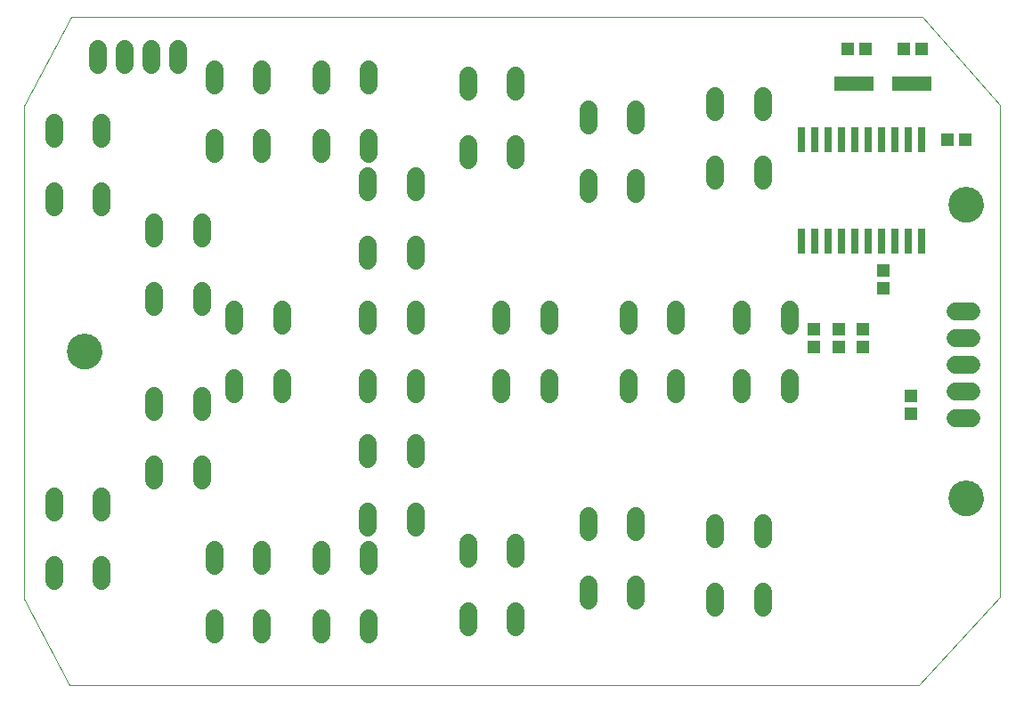
<source format=gts>
G75*
G70*
%OFA0B0*%
%FSLAX24Y24*%
%IPPOS*%
%LPD*%
%AMOC8*
5,1,8,0,0,1.08239X$1,22.5*
%
%ADD10C,0.0000*%
%ADD11C,0.1330*%
%ADD12R,0.0316X0.0946*%
%ADD13R,0.1458X0.0552*%
%ADD14R,0.0513X0.0474*%
%ADD15R,0.0474X0.0513*%
%ADD16C,0.0680*%
%ADD17C,0.0674*%
D10*
X001917Y000100D02*
X033717Y000100D01*
X036737Y003400D01*
X036737Y021846D01*
X033821Y025146D01*
X001967Y025150D01*
X000217Y021796D01*
X000217Y003350D01*
X001917Y000100D01*
X001842Y012600D02*
X001844Y012650D01*
X001850Y012699D01*
X001860Y012748D01*
X001873Y012795D01*
X001891Y012842D01*
X001912Y012887D01*
X001936Y012930D01*
X001964Y012971D01*
X001995Y013010D01*
X002029Y013046D01*
X002066Y013080D01*
X002106Y013110D01*
X002147Y013137D01*
X002191Y013161D01*
X002236Y013181D01*
X002283Y013197D01*
X002331Y013210D01*
X002380Y013219D01*
X002430Y013224D01*
X002479Y013225D01*
X002529Y013222D01*
X002578Y013215D01*
X002627Y013204D01*
X002674Y013190D01*
X002720Y013171D01*
X002765Y013149D01*
X002808Y013124D01*
X002848Y013095D01*
X002886Y013063D01*
X002922Y013029D01*
X002955Y012991D01*
X002984Y012951D01*
X003010Y012909D01*
X003033Y012865D01*
X003052Y012819D01*
X003068Y012772D01*
X003080Y012723D01*
X003088Y012674D01*
X003092Y012625D01*
X003092Y012575D01*
X003088Y012526D01*
X003080Y012477D01*
X003068Y012428D01*
X003052Y012381D01*
X003033Y012335D01*
X003010Y012291D01*
X002984Y012249D01*
X002955Y012209D01*
X002922Y012171D01*
X002886Y012137D01*
X002848Y012105D01*
X002808Y012076D01*
X002765Y012051D01*
X002720Y012029D01*
X002674Y012010D01*
X002627Y011996D01*
X002578Y011985D01*
X002529Y011978D01*
X002479Y011975D01*
X002430Y011976D01*
X002380Y011981D01*
X002331Y011990D01*
X002283Y012003D01*
X002236Y012019D01*
X002191Y012039D01*
X002147Y012063D01*
X002106Y012090D01*
X002066Y012120D01*
X002029Y012154D01*
X001995Y012190D01*
X001964Y012229D01*
X001936Y012270D01*
X001912Y012313D01*
X001891Y012358D01*
X001873Y012405D01*
X001860Y012452D01*
X001850Y012501D01*
X001844Y012550D01*
X001842Y012600D01*
X034842Y007100D02*
X034844Y007150D01*
X034850Y007199D01*
X034860Y007248D01*
X034873Y007295D01*
X034891Y007342D01*
X034912Y007387D01*
X034936Y007430D01*
X034964Y007471D01*
X034995Y007510D01*
X035029Y007546D01*
X035066Y007580D01*
X035106Y007610D01*
X035147Y007637D01*
X035191Y007661D01*
X035236Y007681D01*
X035283Y007697D01*
X035331Y007710D01*
X035380Y007719D01*
X035430Y007724D01*
X035479Y007725D01*
X035529Y007722D01*
X035578Y007715D01*
X035627Y007704D01*
X035674Y007690D01*
X035720Y007671D01*
X035765Y007649D01*
X035808Y007624D01*
X035848Y007595D01*
X035886Y007563D01*
X035922Y007529D01*
X035955Y007491D01*
X035984Y007451D01*
X036010Y007409D01*
X036033Y007365D01*
X036052Y007319D01*
X036068Y007272D01*
X036080Y007223D01*
X036088Y007174D01*
X036092Y007125D01*
X036092Y007075D01*
X036088Y007026D01*
X036080Y006977D01*
X036068Y006928D01*
X036052Y006881D01*
X036033Y006835D01*
X036010Y006791D01*
X035984Y006749D01*
X035955Y006709D01*
X035922Y006671D01*
X035886Y006637D01*
X035848Y006605D01*
X035808Y006576D01*
X035765Y006551D01*
X035720Y006529D01*
X035674Y006510D01*
X035627Y006496D01*
X035578Y006485D01*
X035529Y006478D01*
X035479Y006475D01*
X035430Y006476D01*
X035380Y006481D01*
X035331Y006490D01*
X035283Y006503D01*
X035236Y006519D01*
X035191Y006539D01*
X035147Y006563D01*
X035106Y006590D01*
X035066Y006620D01*
X035029Y006654D01*
X034995Y006690D01*
X034964Y006729D01*
X034936Y006770D01*
X034912Y006813D01*
X034891Y006858D01*
X034873Y006905D01*
X034860Y006952D01*
X034850Y007001D01*
X034844Y007050D01*
X034842Y007100D01*
X034842Y018100D02*
X034844Y018150D01*
X034850Y018199D01*
X034860Y018248D01*
X034873Y018295D01*
X034891Y018342D01*
X034912Y018387D01*
X034936Y018430D01*
X034964Y018471D01*
X034995Y018510D01*
X035029Y018546D01*
X035066Y018580D01*
X035106Y018610D01*
X035147Y018637D01*
X035191Y018661D01*
X035236Y018681D01*
X035283Y018697D01*
X035331Y018710D01*
X035380Y018719D01*
X035430Y018724D01*
X035479Y018725D01*
X035529Y018722D01*
X035578Y018715D01*
X035627Y018704D01*
X035674Y018690D01*
X035720Y018671D01*
X035765Y018649D01*
X035808Y018624D01*
X035848Y018595D01*
X035886Y018563D01*
X035922Y018529D01*
X035955Y018491D01*
X035984Y018451D01*
X036010Y018409D01*
X036033Y018365D01*
X036052Y018319D01*
X036068Y018272D01*
X036080Y018223D01*
X036088Y018174D01*
X036092Y018125D01*
X036092Y018075D01*
X036088Y018026D01*
X036080Y017977D01*
X036068Y017928D01*
X036052Y017881D01*
X036033Y017835D01*
X036010Y017791D01*
X035984Y017749D01*
X035955Y017709D01*
X035922Y017671D01*
X035886Y017637D01*
X035848Y017605D01*
X035808Y017576D01*
X035765Y017551D01*
X035720Y017529D01*
X035674Y017510D01*
X035627Y017496D01*
X035578Y017485D01*
X035529Y017478D01*
X035479Y017475D01*
X035430Y017476D01*
X035380Y017481D01*
X035331Y017490D01*
X035283Y017503D01*
X035236Y017519D01*
X035191Y017539D01*
X035147Y017563D01*
X035106Y017590D01*
X035066Y017620D01*
X035029Y017654D01*
X034995Y017690D01*
X034964Y017729D01*
X034936Y017770D01*
X034912Y017813D01*
X034891Y017858D01*
X034873Y017905D01*
X034860Y017952D01*
X034850Y018001D01*
X034844Y018050D01*
X034842Y018100D01*
D11*
X035467Y018100D03*
X035467Y007100D03*
X002467Y012600D03*
D12*
X029317Y016750D03*
X029817Y016750D03*
X030317Y016750D03*
X030817Y016750D03*
X031317Y016750D03*
X031817Y016750D03*
X032317Y016750D03*
X032817Y016750D03*
X033317Y016750D03*
X033817Y016750D03*
X033817Y020550D03*
X033317Y020550D03*
X032817Y020550D03*
X032317Y020550D03*
X031817Y020550D03*
X031317Y020550D03*
X030817Y020550D03*
X030317Y020550D03*
X029817Y020550D03*
X029317Y020550D03*
D13*
X031284Y022650D03*
X033449Y022650D03*
D14*
X033132Y023950D03*
X033801Y023950D03*
X031701Y023950D03*
X031032Y023950D03*
X034782Y020550D03*
X035451Y020550D03*
X031617Y013435D03*
X030717Y013435D03*
X030717Y012765D03*
X031617Y012765D03*
X029767Y012765D03*
X029767Y013435D03*
X033417Y010935D03*
X033417Y010265D03*
D15*
X032367Y014965D03*
X032367Y015635D03*
D16*
X028857Y014180D02*
X028857Y013580D01*
X027077Y013580D02*
X027077Y014180D01*
X024607Y014180D02*
X024607Y013580D01*
X022827Y013580D02*
X022827Y014180D01*
X019857Y014180D02*
X019857Y013580D01*
X018077Y013580D02*
X018077Y014180D01*
X014857Y014180D02*
X014857Y013580D01*
X013077Y013580D02*
X013077Y014180D01*
X013077Y016020D02*
X013077Y016620D01*
X014857Y016620D02*
X014857Y016020D01*
X014857Y018580D02*
X014857Y019180D01*
X013077Y019180D02*
X013077Y018580D01*
X013107Y020020D02*
X013107Y020620D01*
X011327Y020620D02*
X011327Y020020D01*
X009107Y020020D02*
X009107Y020620D01*
X007327Y020620D02*
X007327Y020020D01*
X007327Y022580D02*
X007327Y023180D01*
X009107Y023180D02*
X009107Y022580D01*
X011327Y022580D02*
X011327Y023180D01*
X013107Y023180D02*
X013107Y022580D01*
X016827Y022330D02*
X016827Y022930D01*
X018607Y022930D02*
X018607Y022330D01*
X021327Y021680D02*
X021327Y021080D01*
X023107Y021080D02*
X023107Y021680D01*
X026077Y021580D02*
X026077Y022180D01*
X027857Y022180D02*
X027857Y021580D01*
X027857Y019620D02*
X027857Y019020D01*
X026077Y019020D02*
X026077Y019620D01*
X023107Y019120D02*
X023107Y018520D01*
X021327Y018520D02*
X021327Y019120D01*
X018607Y019770D02*
X018607Y020370D01*
X016827Y020370D02*
X016827Y019770D01*
X009857Y014180D02*
X009857Y013580D01*
X008077Y013580D02*
X008077Y014180D01*
X006857Y014270D02*
X006857Y014870D01*
X005077Y014870D02*
X005077Y014270D01*
X005077Y016830D02*
X005077Y017430D01*
X006857Y017430D02*
X006857Y016830D01*
X003107Y018020D02*
X003107Y018620D01*
X001327Y018620D02*
X001327Y018020D01*
X001327Y020580D02*
X001327Y021180D01*
X003107Y021180D02*
X003107Y020580D01*
X008077Y011620D02*
X008077Y011020D01*
X006857Y010930D02*
X006857Y010330D01*
X005077Y010330D02*
X005077Y010930D01*
X005077Y008370D02*
X005077Y007770D01*
X006857Y007770D02*
X006857Y008370D01*
X003107Y007180D02*
X003107Y006580D01*
X001327Y006580D02*
X001327Y007180D01*
X001327Y004620D02*
X001327Y004020D01*
X003107Y004020D02*
X003107Y004620D01*
X007327Y004580D02*
X007327Y005180D01*
X009107Y005180D02*
X009107Y004580D01*
X011327Y004580D02*
X011327Y005180D01*
X013107Y005180D02*
X013107Y004580D01*
X013077Y006020D02*
X013077Y006620D01*
X014857Y006620D02*
X014857Y006020D01*
X016827Y005430D02*
X016827Y004830D01*
X018607Y004830D02*
X018607Y005430D01*
X021327Y005830D02*
X021327Y006430D01*
X023107Y006430D02*
X023107Y005830D01*
X023107Y003870D02*
X023107Y003270D01*
X021327Y003270D02*
X021327Y003870D01*
X018607Y002870D02*
X018607Y002270D01*
X016827Y002270D02*
X016827Y002870D01*
X013107Y002620D02*
X013107Y002020D01*
X011327Y002020D02*
X011327Y002620D01*
X009107Y002620D02*
X009107Y002020D01*
X007327Y002020D02*
X007327Y002620D01*
X013077Y008580D02*
X013077Y009180D01*
X014857Y009180D02*
X014857Y008580D01*
X014857Y011020D02*
X014857Y011620D01*
X013077Y011620D02*
X013077Y011020D01*
X009857Y011020D02*
X009857Y011620D01*
X018077Y011620D02*
X018077Y011020D01*
X019857Y011020D02*
X019857Y011620D01*
X022827Y011620D02*
X022827Y011020D01*
X024607Y011020D02*
X024607Y011620D01*
X027077Y011620D02*
X027077Y011020D01*
X028857Y011020D02*
X028857Y011620D01*
X027857Y006180D02*
X027857Y005580D01*
X026077Y005580D02*
X026077Y006180D01*
X026077Y003620D02*
X026077Y003020D01*
X027857Y003020D02*
X027857Y003620D01*
D17*
X035070Y010100D02*
X035664Y010100D01*
X035664Y011100D02*
X035070Y011100D01*
X035070Y012100D02*
X035664Y012100D01*
X035664Y013100D02*
X035070Y013100D01*
X035070Y014100D02*
X035664Y014100D01*
X005967Y023353D02*
X005967Y023947D01*
X004967Y023947D02*
X004967Y023353D01*
X003967Y023353D02*
X003967Y023947D01*
X002967Y023947D02*
X002967Y023353D01*
M02*

</source>
